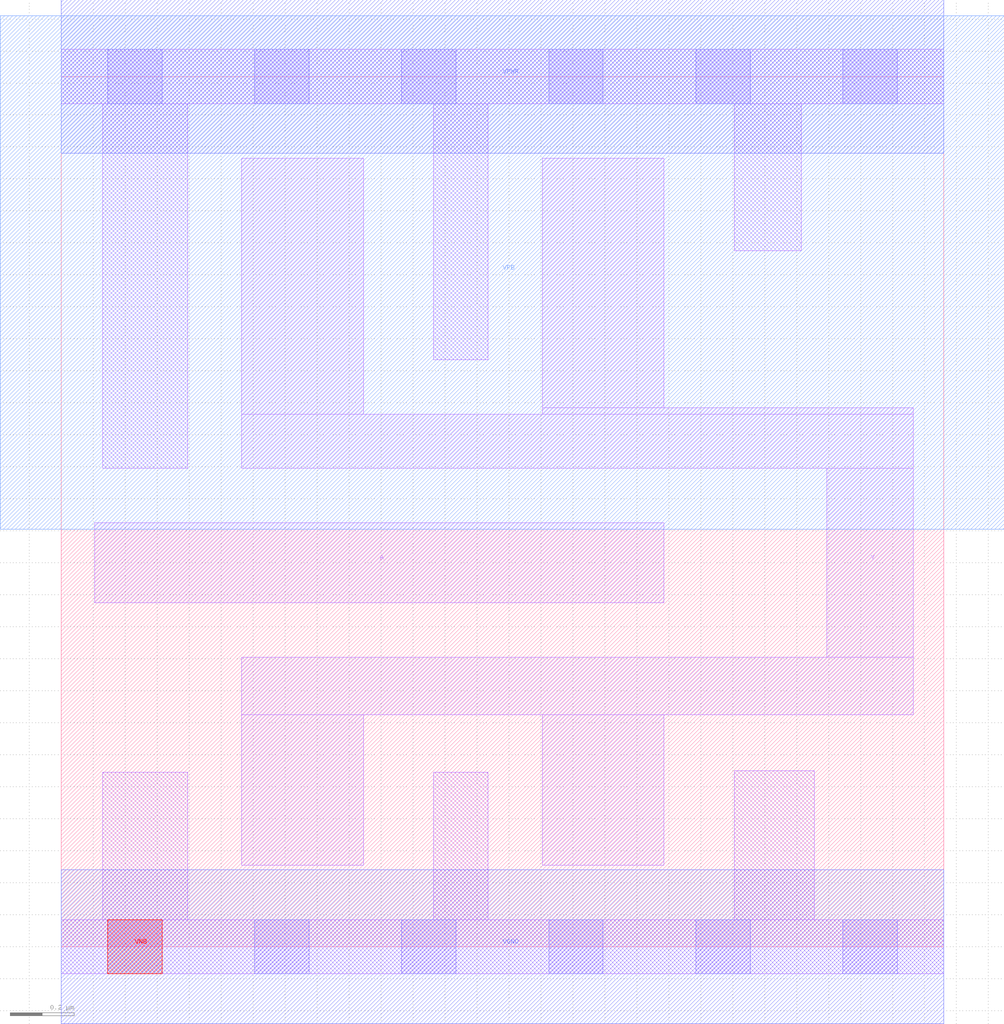
<source format=lef>
# Copyright 2020 The SkyWater PDK Authors
#
# Licensed under the Apache License, Version 2.0 (the "License");
# you may not use this file except in compliance with the License.
# You may obtain a copy of the License at
#
#     https://www.apache.org/licenses/LICENSE-2.0
#
# Unless required by applicable law or agreed to in writing, software
# distributed under the License is distributed on an "AS IS" BASIS,
# WITHOUT WARRANTIES OR CONDITIONS OF ANY KIND, either express or implied.
# See the License for the specific language governing permissions and
# limitations under the License.
#
# SPDX-License-Identifier: Apache-2.0

VERSION 5.7 ;
  NOWIREEXTENSIONATPIN ON ;
  DIVIDERCHAR "/" ;
  BUSBITCHARS "[]" ;
PROPERTYDEFINITIONS
  MACRO maskLayoutSubType STRING ;
  MACRO prCellType STRING ;
  MACRO originalViewName STRING ;
END PROPERTYDEFINITIONS
MACRO sky130_fd_sc_hdll__inv_4
  CLASS CORE ;
  FOREIGN sky130_fd_sc_hdll__inv_4 ;
  ORIGIN  0.000000  0.000000 ;
  SIZE  2.760000 BY  2.720000 ;
  SYMMETRY X Y R90 ;
  SITE unithd ;
  PIN A
    ANTENNAGATEAREA  1.110000 ;
    DIRECTION INPUT ;
    USE SIGNAL ;
    PORT
      LAYER li1 ;
        RECT 0.105000 1.075000 1.885000 1.325000 ;
    END
  END A
  PIN Y
    ANTENNADIFFAREA  0.996000 ;
    DIRECTION OUTPUT ;
    USE SIGNAL ;
    PORT
      LAYER li1 ;
        RECT 0.565000 0.255000 0.945000 0.725000 ;
        RECT 0.565000 0.725000 2.665000 0.905000 ;
        RECT 0.565000 1.495000 2.665000 1.665000 ;
        RECT 0.565000 1.665000 0.945000 2.465000 ;
        RECT 1.505000 0.255000 1.885000 0.725000 ;
        RECT 1.505000 1.665000 2.665000 1.685000 ;
        RECT 1.505000 1.685000 1.885000 2.465000 ;
        RECT 2.395000 0.905000 2.665000 1.495000 ;
    END
  END Y
  PIN VGND
    DIRECTION INOUT ;
    USE GROUND ;
    PORT
      LAYER met1 ;
        RECT 0.000000 -0.240000 2.760000 0.240000 ;
    END
  END VGND
  PIN VNB
    DIRECTION INOUT ;
    USE GROUND ;
    PORT
      LAYER pwell ;
        RECT 0.145000 -0.085000 0.315000 0.085000 ;
    END
  END VNB
  PIN VPB
    DIRECTION INOUT ;
    USE POWER ;
    PORT
      LAYER nwell ;
        RECT -0.190000 1.305000 2.950000 2.910000 ;
    END
  END VPB
  PIN VPWR
    DIRECTION INOUT ;
    USE POWER ;
    PORT
      LAYER met1 ;
        RECT 0.000000 2.480000 2.760000 2.960000 ;
    END
  END VPWR
  OBS
    LAYER li1 ;
      RECT 0.000000 -0.085000 2.760000 0.085000 ;
      RECT 0.000000  2.635000 2.760000 2.805000 ;
      RECT 0.130000  0.085000 0.395000 0.545000 ;
      RECT 0.130000  1.495000 0.395000 2.635000 ;
      RECT 1.165000  0.085000 1.335000 0.545000 ;
      RECT 1.165000  1.835000 1.335000 2.635000 ;
      RECT 2.105000  0.085000 2.355000 0.550000 ;
      RECT 2.105000  2.175000 2.315000 2.635000 ;
    LAYER mcon ;
      RECT 0.145000 -0.085000 0.315000 0.085000 ;
      RECT 0.145000  2.635000 0.315000 2.805000 ;
      RECT 0.605000 -0.085000 0.775000 0.085000 ;
      RECT 0.605000  2.635000 0.775000 2.805000 ;
      RECT 1.065000 -0.085000 1.235000 0.085000 ;
      RECT 1.065000  2.635000 1.235000 2.805000 ;
      RECT 1.525000 -0.085000 1.695000 0.085000 ;
      RECT 1.525000  2.635000 1.695000 2.805000 ;
      RECT 1.985000 -0.085000 2.155000 0.085000 ;
      RECT 1.985000  2.635000 2.155000 2.805000 ;
      RECT 2.445000 -0.085000 2.615000 0.085000 ;
      RECT 2.445000  2.635000 2.615000 2.805000 ;
  END
  PROPERTY maskLayoutSubType "abstract" ;
  PROPERTY prCellType "standard" ;
  PROPERTY originalViewName "layout" ;
END sky130_fd_sc_hdll__inv_4
END LIBRARY

</source>
